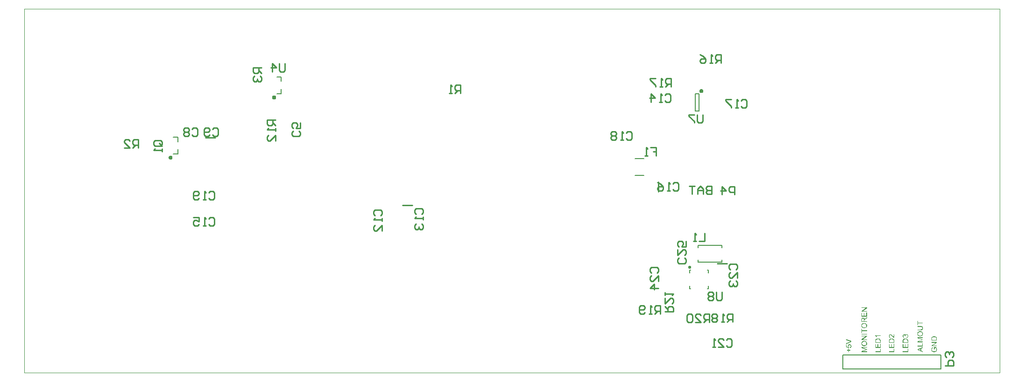
<source format=gbo>
%FSTAX23Y23*%
%MOIN*%
%SFA1B1*%

%IPPOS*%
%ADD34C,0.010000*%
%ADD35C,0.001000*%
%ADD71C,0.015750*%
%ADD73C,0.007870*%
%LNcareboard_smd_ordered_kritikare-1*%
%LPD*%
G36*
X0629Y00246D02*
X0629D01*
X06291Y00245*
X06292Y00245*
X06294Y00245*
X06295Y00245*
X06296Y00245*
X06296*
X06297Y00244*
X06297Y00244*
X06297Y00244*
X06298Y00244*
X06298Y00244*
X06299Y00243*
X063Y00243*
X06301Y00242*
X06302Y00242*
X06302Y00242*
X06302Y00242*
X06303Y00241*
X06303Y00241*
X06304Y0024*
X06304Y0024*
X06305Y00239*
X06305Y00238*
X06306Y00238*
X06306Y00238*
X06306Y00238*
X06306Y00237*
X06306Y00236*
X06307Y00236*
X06307Y00235*
X06307Y00234*
Y00234*
X06307Y00233*
X06308Y00233*
X06308Y00232*
X06308Y00231*
X06308Y0023*
X06308Y00229*
X06308Y00228*
Y00214*
X0627*
Y00227*
Y00227*
Y00227*
Y00227*
Y00228*
Y00228*
Y00229*
X0627Y0023*
X0627Y00231*
X0627Y00232*
X0627Y00233*
X0627Y00234*
Y00234*
X0627Y00234*
Y00234*
X0627Y00234*
X06271Y00235*
X06271Y00236*
X06271Y00237*
X06272Y00238*
X06272Y00239*
X06273Y00239*
Y0024*
X06273Y0024*
X06273Y0024*
X06274Y00241*
X06275Y00241*
X06276Y00242*
X06277Y00243*
X06278Y00243*
X0628Y00244*
X0628*
X0628Y00244*
X0628Y00244*
X0628Y00244*
X06281Y00244*
X06281Y00245*
X06282Y00245*
X06282Y00245*
X06283Y00245*
X06283Y00245*
X06285Y00245*
X06287Y00246*
X06289Y00246*
X06289*
X0629Y00246*
G37*
G36*
X06297Y00276D02*
X06298Y00276D01*
X06298Y00276*
X06299Y00276*
X063Y00275*
X06301Y00275*
X06302Y00275*
X06302Y00274*
X06303Y00274*
X06304Y00273*
X06304Y00273*
X06305Y00272*
X06305Y00272*
X06305Y00272*
X06305Y00272*
X06306Y00271*
X06306Y00271*
X06306Y00271*
X06307Y0027*
X06307Y0027*
X06307Y00269*
X06308Y00268*
X06308Y00268*
X06308Y00267*
X06308Y00266*
X06308Y00265*
X06309Y00264*
X06309Y00263*
Y00263*
Y00263*
Y00262*
X06309Y00262*
X06309Y00262*
X06308Y00261*
X06308Y00261*
X06308Y0026*
X06308Y00259*
X06307Y00257*
X06307Y00257*
X06307Y00256*
X06306Y00255*
X06306Y00255*
X06306Y00254*
X06306Y00254*
X06305Y00254*
X06305Y00254*
X06305Y00254*
X06304Y00253*
X06304Y00253*
X06304Y00253*
X06302Y00252*
X06301Y00252*
X063Y00251*
X06299Y00251*
X06298Y00251*
X06297Y00255*
X06297*
X06297Y00256*
X06298*
X06298Y00256*
X06299Y00256*
X06299Y00256*
X063Y00256*
X06301Y00257*
X06302Y00258*
X06303Y00258*
X06303Y00258*
X06303Y00259*
X06304Y00259*
X06304Y0026*
X06304Y0026*
X06304Y00261*
X06305Y00262*
X06305Y00263*
Y00263*
Y00263*
Y00263*
X06305Y00263*
X06305Y00264*
X06304Y00265*
X06304Y00266*
X06304Y00267*
X06303Y00268*
X06302Y00269*
X06302Y00269*
X06302Y00269*
X06302Y00269*
X06301Y0027*
X063Y0027*
X06299Y0027*
X06298Y00271*
X06297Y00271*
X06296*
X06296Y00271*
X06296Y00271*
X06295Y00271*
X06294Y0027*
X06293Y0027*
X06292Y00269*
X06291Y00269*
X06291Y00269*
X06291Y00268*
X06291Y00268*
X0629Y00267*
X0629Y00266*
X0629Y00265*
X06289Y00264*
X06289Y00263*
Y00263*
Y00263*
Y00263*
X06289Y00262*
X06289Y00262*
X06289Y00261*
X0629Y00261*
X0629Y0026*
X06286Y00261*
Y00261*
Y00261*
X06286Y00261*
Y00261*
Y00261*
Y00261*
Y00262*
Y00262*
X06286Y00262*
X06285Y00263*
X06285Y00264*
X06285Y00265*
X06285Y00266*
X06284Y00267*
X06284Y00267*
X06284Y00267*
X06283Y00267*
X06283Y00268*
X06282Y00268*
X06281Y00269*
X0628Y00269*
X06279Y00269*
X06279*
X06278Y00269*
X06278Y00269*
X06277Y00269*
X06276Y00268*
X06276Y00268*
X06275Y00267*
X06275Y00267*
X06275Y00267*
X06274Y00267*
X06274Y00266*
X06274Y00265*
X06274Y00265*
X06273Y00264*
X06273Y00263*
Y00263*
Y00263*
Y00262*
X06273Y00262*
X06273Y00261*
X06274Y00261*
X06274Y0026*
X06274Y00259*
X06275Y00258*
X06275Y00258*
X06275Y00258*
X06276Y00258*
X06276Y00257*
X06277Y00257*
X06278Y00257*
X06279Y00256*
X0628Y00256*
X06279Y00251*
X06279*
X06279Y00251*
X06279Y00251*
X06279Y00251*
X06278Y00251*
X06278Y00252*
X06277Y00252*
X06275Y00252*
X06274Y00253*
X06273Y00254*
X06272Y00255*
X06272Y00255*
X06272Y00255*
X06272Y00255*
X06272Y00256*
X06271Y00256*
X06271Y00256*
X06271Y00257*
X0627Y00258*
X0627Y0026*
X0627Y00261*
X06269Y00262*
Y00263*
Y00263*
Y00263*
Y00263*
Y00263*
X06269Y00264*
X0627Y00265*
X0627Y00265*
X0627Y00266*
X0627Y00267*
X06271Y00268*
Y00269*
X06271Y00269*
X06271Y00269*
X06271Y00269*
X06272Y0027*
X06272Y00271*
X06273Y00271*
X06274Y00272*
X06274Y00273*
X06275Y00273*
X06275Y00273*
X06275Y00273*
X06276Y00273*
X06277Y00273*
X06278Y00274*
X06278Y00274*
X06279Y00274*
X0628*
X0628Y00274*
X06281Y00274*
X06282Y00274*
X06282Y00273*
X06283Y00273*
X06284Y00273*
X06284Y00273*
X06284Y00272*
X06285Y00272*
X06285Y00272*
X06286Y00271*
X06286Y0027*
X06287Y0027*
X06287Y00269*
Y00269*
X06287Y00269*
Y00269*
X06287Y00269*
X06288Y0027*
X06288Y00271*
X06288Y00271*
X06289Y00272*
X0629Y00273*
X0629Y00274*
X06291Y00274*
X06291Y00274*
X06291Y00274*
X06292Y00275*
X06293Y00275*
X06294Y00276*
X06295Y00276*
X06297Y00276*
X06297*
X06297Y00276*
G37*
G36*
X06308Y00148D02*
X0627D01*
Y00153*
X06304*
Y00172*
X06308*
Y00148*
G37*
G36*
Y00178D02*
X0627D01*
Y00206*
X06274*
Y00183*
X06286*
Y00205*
X0629*
Y00183*
X06304*
Y00207*
X06308*
Y00178*
G37*
G36*
X0621Y00148D02*
X06172D01*
Y00153*
X06206*
Y00172*
X0621*
Y00148*
G37*
G36*
Y0025D02*
X06209D01*
X06209Y0025*
X06208Y0025*
X06208Y0025*
X06207Y0025*
X06207Y00251*
X06207*
X06207Y00251*
X06206Y00251*
X06206Y00251*
X06205Y00251*
X06204Y00252*
X06204Y00252*
X06203Y00253*
X06202Y00254*
X06202*
X06202Y00254*
X06201Y00254*
X06201Y00255*
X062Y00255*
X06199Y00256*
X06198Y00257*
X06197Y00258*
X06196Y0026*
X06196Y0026*
X06196Y0026*
X06195Y0026*
X06195Y00261*
X06195Y00261*
X06194Y00262*
X06193Y00263*
X06192Y00265*
X0619Y00266*
X0619Y00267*
X06189Y00267*
X06188Y00268*
X06188Y00268*
X06188*
X06188Y00268*
X06187Y00269*
X06187Y00269*
X06187Y00269*
X06186Y00269*
X06185Y0027*
X06184Y0027*
X06183Y0027*
X06182Y00271*
X06182*
X06182Y00271*
X06181Y0027*
X0618Y0027*
X0618Y0027*
X06179Y0027*
X06178Y00269*
X06177Y00269*
X06177Y00268*
X06177Y00268*
X06177Y00268*
X06176Y00267*
X06176Y00266*
X06176Y00265*
X06175Y00264*
X06175Y00263*
Y00263*
Y00263*
Y00263*
X06175Y00263*
X06175Y00262*
X06176Y00261*
X06176Y0026*
X06176Y0026*
X06177Y00259*
X06177Y00258*
X06178Y00258*
X06178Y00258*
X06178Y00257*
X06179Y00257*
X0618Y00256*
X06181Y00256*
X06182Y00256*
X06183Y00256*
X06183Y00251*
X06182*
X06182Y00251*
X06182Y00251*
X06181Y00251*
X06181Y00251*
X06179Y00252*
X06178Y00252*
X06177Y00253*
X06175Y00254*
X06175Y00254*
X06174Y00255*
X06174Y00255*
X06174Y00255*
X06174Y00255*
X06174Y00255*
X06174Y00256*
X06173Y00256*
X06173Y00256*
X06173Y00257*
X06173Y00258*
X06172Y00258*
X06172Y00259*
X06172Y0026*
X06172Y00261*
X06171Y00262*
X06171Y00263*
Y00263*
Y00264*
Y00264*
X06171Y00264*
X06172Y00265*
X06172Y00265*
X06172Y00266*
X06172Y00267*
X06172Y00268*
X06173Y00269*
X06173Y0027*
X06173Y00271*
X06174Y00271*
X06174Y00272*
X06175Y00272*
X06175Y00272*
X06175Y00272*
X06175Y00273*
X06175Y00273*
X06176Y00273*
X06177Y00274*
X06178Y00274*
X06179Y00275*
X0618Y00275*
X06181Y00275*
X06182Y00275*
X06183*
X06183Y00275*
X06184Y00275*
X06184Y00275*
X06185Y00275*
X06186Y00275*
X06187Y00274*
X06187Y00274*
X06187Y00274*
X06187Y00274*
X06188Y00274*
X06189Y00273*
X0619Y00273*
X0619Y00272*
X06191Y00271*
X06191Y00271*
X06192Y00271*
X06192Y0027*
X06193Y0027*
X06193Y0027*
X06194Y00269*
X06194Y00269*
X06195Y00268*
X06195Y00267*
X06196Y00267*
X06197Y00266*
X06197Y00265*
X06198Y00264*
X06198Y00264*
X06198Y00264*
X06198Y00264*
X06199Y00263*
X06199Y00263*
X062Y00262*
X06201Y00261*
X06202Y0026*
X06202Y00259*
X06203Y00259*
X06203Y00259*
X06203Y00259*
X06203Y00258*
X06203Y00258*
X06204Y00258*
X06205Y00257*
X06206Y00257*
Y00275*
X0621*
Y0025*
G37*
G36*
X06112Y00148D02*
X06074D01*
Y00153*
X06108*
Y00172*
X06112*
Y00148*
G37*
G36*
X0621Y00178D02*
X06172D01*
Y00206*
X06176*
Y00183*
X06188*
Y00205*
X06192*
Y00183*
X06206*
Y00207*
X0621*
Y00178*
G37*
G36*
X06192Y00246D02*
X06192D01*
X06193Y00245*
X06194Y00245*
X06196Y00245*
X06197Y00245*
X06198Y00245*
X06198*
X06199Y00244*
X06199Y00244*
X06199Y00244*
X062Y00244*
X062Y00244*
X06201Y00243*
X06202Y00243*
X06203Y00242*
X06204Y00242*
X06204Y00242*
X06204Y00242*
X06205Y00241*
X06205Y00241*
X06206Y0024*
X06206Y0024*
X06207Y00239*
X06207Y00238*
X06208Y00238*
X06208Y00238*
X06208Y00238*
X06208Y00237*
X06208Y00236*
X06209Y00236*
X06209Y00235*
X06209Y00234*
Y00234*
X06209Y00233*
X0621Y00233*
X0621Y00232*
X0621Y00231*
X0621Y0023*
X0621Y00229*
X0621Y00228*
Y00214*
X06172*
Y00227*
Y00227*
Y00227*
Y00227*
Y00228*
Y00228*
Y00229*
X06172Y0023*
X06172Y00231*
X06172Y00232*
X06172Y00233*
X06172Y00234*
Y00234*
X06172Y00234*
Y00234*
X06172Y00234*
X06173Y00235*
X06173Y00236*
X06173Y00237*
X06174Y00238*
X06174Y00239*
X06175Y00239*
Y0024*
X06175Y0024*
X06175Y0024*
X06176Y00241*
X06177Y00241*
X06178Y00242*
X06179Y00243*
X0618Y00243*
X06182Y00244*
X06182*
X06182Y00244*
X06182Y00244*
X06182Y00244*
X06183Y00244*
X06183Y00245*
X06184Y00245*
X06184Y00245*
X06185Y00245*
X06185Y00245*
X06187Y00245*
X06189Y00246*
X06191Y00246*
X06191*
X06192Y00246*
G37*
G36*
X06495Y00261D02*
X06495D01*
X06496Y00261*
X06497Y00261*
X06499Y00261*
X065Y00261*
X06501Y0026*
X06501*
X06502Y0026*
X06502Y0026*
X06502Y0026*
X06503Y0026*
X06503Y0026*
X06504Y00259*
X06505Y00259*
X06506Y00258*
X06507Y00258*
X06507Y00258*
X06507Y00257*
X06508Y00257*
X06508Y00257*
X06509Y00256*
X06509Y00256*
X0651Y00255*
X0651Y00254*
X06511Y00254*
X06511Y00254*
X06511Y00253*
X06511Y00253*
X06511Y00252*
X06512Y00252*
X06512Y00251*
X06512Y0025*
Y0025*
X06512Y00249*
X06513Y00249*
X06513Y00248*
X06513Y00247*
X06513Y00246*
X06513Y00245*
X06513Y00244*
Y0023*
X06475*
Y00243*
Y00243*
Y00243*
Y00243*
Y00244*
Y00244*
Y00244*
X06475Y00245*
X06475Y00247*
X06475Y00248*
X06475Y00249*
X06475Y0025*
Y0025*
X06475Y0025*
Y0025*
X06475Y0025*
X06476Y00251*
X06476Y00252*
X06476Y00253*
X06477Y00253*
X06477Y00254*
X06478Y00255*
Y00255*
X06478Y00255*
X06478Y00256*
X06479Y00256*
X0648Y00257*
X06481Y00258*
X06482Y00259*
X06483Y00259*
X06485Y0026*
X06485*
X06485Y0026*
X06485Y0026*
X06485Y0026*
X06486Y0026*
X06486Y0026*
X06487Y00261*
X06487Y00261*
X06488Y00261*
X06488Y00261*
X0649Y00261*
X06492Y00261*
X06494Y00261*
X06494*
X06495Y00261*
G37*
G36*
X06413Y00178D02*
X06401Y00174D01*
Y00158*
X06413Y00153*
Y00148*
X06375Y00163*
Y00168*
X06413Y00184*
Y00178*
G37*
G36*
X06508Y00183D02*
X06508Y00183D01*
X06508Y00183*
X06508Y00183*
X06508Y00183*
X06509Y00182*
X06509Y00181*
X0651Y0018*
X06511Y00179*
X06512Y00177*
X06512Y00176*
Y00176*
X06512Y00176*
X06512Y00175*
X06512Y00175*
X06513Y00175*
X06513Y00174*
X06513Y00174*
X06513Y00173*
X06513Y00172*
X06513Y00171*
X06514Y00169*
X06514Y00168*
Y00168*
Y00167*
Y00167*
X06514Y00167*
Y00166*
X06514Y00166*
X06513Y00165*
X06513Y00164*
X06513Y00163*
X06513Y00161*
X06512Y00159*
X06511Y00157*
X06511Y00157*
X06511Y00157*
X06511Y00157*
X06511Y00157*
X06511Y00156*
X0651Y00156*
X06509Y00155*
X06509Y00154*
X06507Y00152*
X06506Y00151*
X06504Y0015*
X06504*
X06504Y0015*
X06504Y0015*
X06503Y0015*
X06503Y0015*
X06503Y0015*
X06502Y00149*
X06501Y00149*
X06501Y00149*
X065Y00149*
X06498Y00148*
X06496Y00148*
X06494Y00148*
X06493*
X06493Y00148*
X06493*
X06492Y00148*
X06491Y00148*
X06491Y00148*
X06489Y00149*
X06487Y00149*
X06485Y0015*
X06484Y0015*
X06483*
X06483Y0015*
X06483Y00151*
X06483Y00151*
X06482Y00151*
X06482Y00151*
X06481Y00152*
X0648Y00153*
X06478Y00154*
X06477Y00156*
X06477Y00156*
X06476Y00157*
Y00157*
X06476Y00157*
X06476Y00158*
X06476Y00158*
X06476Y00158*
X06476Y00159*
X06475Y00159*
X06475Y0016*
X06475Y00161*
X06475Y00161*
X06474Y00163*
X06474Y00165*
X06474Y00167*
Y00167*
Y00167*
Y00168*
Y00168*
X06474Y00168*
Y00169*
X06474Y0017*
X06474Y00171*
X06475Y00172*
X06475Y00173*
X06475Y00175*
Y00175*
X06475Y00175*
X06475Y00175*
X06476Y00175*
X06476Y00176*
X06476Y00177*
X06477Y00177*
X06477Y00178*
X06478Y00179*
X06479Y0018*
X06479Y0018*
X06479Y0018*
X0648Y00181*
X06481Y00181*
X06482Y00182*
X06483Y00182*
X06484Y00183*
X06485Y00183*
X06487Y00178*
X06487*
X06487Y00178*
X06486Y00178*
X06486Y00178*
X06485Y00178*
X06484Y00177*
X06483Y00177*
X06483Y00177*
X06482Y00176*
X06482Y00176*
X06482Y00176*
X06481Y00176*
X06481Y00175*
X06481Y00175*
X0648Y00174*
X0648Y00173*
X06479Y00173*
X06479Y00172*
X06479Y00172*
X06479Y00172*
X06479Y00171*
X06479Y0017*
X06478Y00169*
X06478Y00168*
X06478Y00167*
Y00167*
Y00167*
Y00167*
Y00167*
X06478Y00166*
X06478Y00165*
X06479Y00164*
X06479Y00163*
X06479Y00162*
X06479Y00161*
X06479Y00161*
X0648Y00161*
X0648Y0016*
X0648Y0016*
X06481Y00159*
X06481Y00158*
X06482Y00158*
X06482Y00157*
X06482Y00157*
X06482Y00157*
X06483Y00157*
X06483Y00156*
X06484Y00156*
X06485Y00155*
X06485Y00155*
X06486Y00155*
X06486*
X06486Y00155*
X06486Y00155*
X06487Y00154*
X06487Y00154*
X06487Y00154*
X06488Y00154*
X06489Y00154*
X06491Y00154*
X06492Y00153*
X06494Y00153*
X06494*
X06495Y00153*
X06495*
X06496Y00153*
X06496Y00153*
X06497Y00154*
X06498Y00154*
X065Y00154*
X06501Y00154*
X06502Y00155*
X06502*
X06503Y00155*
X06503Y00155*
X06503Y00155*
X06504Y00156*
X06504Y00156*
X06505Y00157*
X06506Y00158*
X06507Y00159*
X06508Y0016*
Y0016*
X06508Y0016*
X06508Y0016*
X06508Y00161*
X06508Y00161*
X06508Y00161*
X06508Y00162*
X06509Y00163*
X06509Y00165*
X06509Y00166*
X06509Y00167*
Y00167*
Y00167*
Y00168*
Y00168*
X06509Y00169*
X06509Y00169*
X06509Y0017*
X06509Y00171*
X06508Y00173*
X06508Y00174*
Y00174*
X06508Y00174*
X06508Y00174*
X06508Y00174*
X06507Y00175*
X06507Y00176*
X06507Y00176*
X06506Y00177*
X06506Y00178*
X06505Y00179*
X06498*
Y00167*
X06493*
Y00184*
X06508*
X06508Y00183*
G37*
G36*
X06513Y00216D02*
X06483Y00196D01*
X06513*
Y00191*
X06475*
Y00196*
X06505Y00216*
X06475*
Y00221*
X06513*
Y00216*
G37*
G36*
X06413Y00188D02*
X06375D01*
Y00193*
X06409*
Y00212*
X06413*
Y00188*
G37*
G36*
X06398Y00334D02*
X06399D01*
X06399Y00334*
X064Y00334*
X06402Y00334*
X06403Y00334*
X06405Y00334*
X06406Y00333*
X06406*
X06406Y00333*
X06406Y00333*
X06407Y00333*
X06407Y00333*
X06408Y00332*
X06409Y00331*
X0641Y00331*
X06411Y0033*
X06412Y00328*
Y00328*
X06412Y00328*
X06412Y00328*
X06412Y00328*
X06412Y00327*
X06412Y00327*
X06412Y00327*
X06413Y00326*
X06413Y00325*
X06413Y00325*
X06413Y00324*
X06413Y00323*
X06414Y00321*
X06414Y00319*
Y00319*
Y00319*
Y00319*
X06414Y00319*
Y00318*
X06414Y00318*
X06413Y00317*
X06413Y00316*
X06413Y00315*
X06413Y00314*
X06412Y00312*
X06412Y00311*
Y00311*
X06412Y0031*
X06412Y0031*
X06411Y0031*
X06411Y00309*
X0641Y00309*
X0641Y00308*
X06409Y00307*
X06408Y00306*
X06406Y00306*
X06406*
X06406Y00306*
X06406Y00306*
X06406Y00306*
X06405Y00305*
X06405Y00305*
X06404Y00305*
X06404Y00305*
X06403Y00305*
X06403Y00305*
X06402Y00305*
X06401Y00305*
X064Y00304*
X06399Y00304*
X06398Y00304*
X06375*
Y00309*
X06398*
X06398Y00309*
X064Y0031*
X06401Y0031*
X06402Y0031*
X06403Y0031*
X06404Y0031*
X06404Y0031*
X06404Y0031*
X06405Y0031*
X06405Y00311*
X06406Y00311*
X06406Y00311*
X06407Y00312*
X06407Y00313*
X06408Y00314*
X06408Y00314*
X06408Y00314*
X06408Y00314*
X06408Y00315*
X06409Y00316*
X06409Y00317*
X06409Y00318*
X06409Y00319*
Y00319*
Y00319*
Y0032*
X06409Y0032*
Y0032*
X06409Y00321*
X06409Y00322*
X06408Y00323*
X06408Y00325*
X06407Y00326*
X06407Y00327*
X06407Y00327*
X06407*
X06406Y00327*
X06406Y00327*
X06406Y00327*
X06406Y00328*
X06405Y00328*
X06405Y00328*
X06404Y00328*
X06404Y00328*
X06403Y00329*
X06402Y00329*
X06401Y00329*
X064Y00329*
X06399Y00329*
X06398Y00329*
X06375*
Y00335*
X06398*
X06398Y00334*
G37*
G36*
X06379Y00358D02*
X06413D01*
Y00353*
X06379*
Y0034*
X06375*
Y0037*
X06379*
Y00358*
G37*
G36*
X06413Y00249D02*
X06381D01*
X06413Y00238*
Y00234*
X0638Y00223*
X06413*
Y00218*
X06375*
Y00225*
X06402Y00234*
X06402*
X06402Y00234*
X06402Y00235*
X06402Y00235*
X06403Y00235*
X06404Y00235*
X06405Y00235*
X06406Y00236*
X06407Y00236*
X06407Y00236*
X06407Y00236*
X06407Y00236*
X06407Y00237*
X06406Y00237*
X06405Y00237*
X06404Y00237*
X06403Y00238*
X06401Y00238*
X06375Y00247*
Y00254*
X06413*
Y00249*
G37*
G36*
X06395Y00298D02*
X06395D01*
X06396Y00298*
X06397Y00298*
X06397Y00297*
X06399Y00297*
X06401Y00297*
X06403Y00296*
X06404Y00295*
X06404*
X06405Y00295*
X06405Y00295*
X06405Y00295*
X06405Y00295*
X06406Y00294*
X06407Y00294*
X06408Y00293*
X06409Y00292*
X0641Y0029*
X06411Y00289*
Y00289*
X06411Y00288*
X06412Y00288*
X06412Y00288*
X06412Y00287*
X06412Y00287*
X06412Y00286*
X06412Y00286*
X06413Y00284*
X06413Y00283*
X06414Y00281*
X06414Y00279*
Y00279*
Y00279*
Y00279*
X06414Y00278*
Y00278*
X06414Y00277*
X06413Y00277*
X06413Y00276*
X06413Y00275*
X06413Y00273*
X06412Y00271*
X06412Y0027*
X06411Y0027*
X06411Y0027*
X06411Y00269*
X06411Y00269*
X06411Y00269*
X0641Y00269*
X0641Y00268*
X06409Y00267*
X06408Y00266*
X06407Y00265*
X06406Y00264*
X06404Y00263*
X06404*
X06404Y00263*
X06403Y00263*
X06403Y00263*
X06403Y00263*
X06402Y00262*
X06402Y00262*
X06401Y00262*
X064Y00262*
X064Y00262*
X06398Y00261*
X06396Y00261*
X06394Y00261*
X06394*
X06393Y00261*
X06393*
X06392Y00261*
X06391Y00261*
X0639Y00261*
X06389Y00262*
X06388Y00262*
X06386Y00262*
X06385Y00263*
X06384Y00263*
X06383Y00264*
X06382Y00264*
X0638Y00265*
X06379Y00266*
X06379Y00266*
X06379Y00266*
X06379Y00267*
X06378Y00267*
X06378Y00268*
X06378Y00268*
X06377Y00269*
X06377Y0027*
X06376Y00271*
X06376Y00272*
X06375Y00273*
X06375Y00274*
X06374Y00275*
X06374Y00276*
X06374Y00278*
X06374Y00279*
Y00279*
Y0028*
Y0028*
X06374Y0028*
Y00281*
X06374Y00281*
X06374Y00282*
X06374Y00283*
X06375Y00284*
X06375Y00286*
X06376Y00287*
X06376Y00288*
X06377Y00289*
Y00289*
X06377Y00289*
X06377Y00289*
X06377Y0029*
X06377Y0029*
X06378Y0029*
X06378Y00291*
X06379Y00292*
X06381Y00293*
X06382Y00294*
X06384Y00295*
X06384*
X06384Y00296*
X06384Y00296*
X06384Y00296*
X06385Y00296*
X06385Y00296*
X06386Y00296*
X06387Y00297*
X06387Y00297*
X06388Y00297*
X0639Y00297*
X06392Y00298*
X06394Y00298*
X06394*
X06395Y00298*
G37*
G36*
X06112Y00178D02*
X06074D01*
Y00206*
X06078*
Y00183*
X0609*
Y00205*
X06094*
Y00183*
X06108*
Y00207*
X06112*
Y00178*
G37*
G36*
X05996Y00356D02*
X05996D01*
X05997Y00356*
X05998Y00356*
X05998Y00356*
X06Y00356*
X06002Y00355*
X06004Y00355*
X06005Y00354*
X06005*
X06006Y00354*
X06006Y00354*
X06006Y00353*
X06006Y00353*
X06007Y00353*
X06008Y00352*
X06009Y00351*
X0601Y0035*
X06011Y00349*
X06012Y00347*
Y00347*
X06012Y00347*
X06013Y00347*
X06013Y00346*
X06013Y00346*
X06013Y00345*
X06013Y00345*
X06013Y00344*
X06014Y00343*
X06014Y00341*
X06015Y0034*
X06015Y00338*
Y00338*
Y00338*
Y00337*
X06015Y00337*
Y00336*
X06015Y00336*
X06014Y00335*
X06014Y00335*
X06014Y00333*
X06014Y00331*
X06013Y0033*
X06013Y00329*
X06012Y00328*
X06012Y00328*
X06012Y00328*
X06012Y00328*
X06012Y00327*
X06011Y00327*
X06011Y00327*
X0601Y00326*
X06009Y00325*
X06008Y00324*
X06007Y00323*
X06005Y00322*
X06005*
X06005Y00321*
X06004Y00321*
X06004Y00321*
X06004Y00321*
X06003Y00321*
X06003Y00321*
X06002Y00321*
X06001Y0032*
X06001Y0032*
X05999Y0032*
X05997Y0032*
X05995Y00319*
X05995*
X05994Y00319*
X05994*
X05993Y0032*
X05992Y0032*
X05991Y0032*
X0599Y0032*
X05989Y0032*
X05987Y00321*
X05986Y00321*
X05985Y00322*
X05984Y00322*
X05983Y00323*
X05981Y00324*
X0598Y00325*
X0598Y00325*
X0598Y00325*
X0598Y00325*
X05979Y00325*
X05979Y00326*
X05979Y00327*
X05978Y00327*
X05978Y00328*
X05977Y00329*
X05977Y0033*
X05976Y00331*
X05976Y00332*
X05975Y00334*
X05975Y00335*
X05975Y00336*
X05975Y00338*
Y00338*
Y00338*
Y00338*
X05975Y00339*
Y00339*
X05975Y0034*
X05975Y0034*
X05975Y00341*
X05976Y00342*
X05976Y00344*
X05977Y00346*
X05977Y00347*
X05978Y00347*
Y00347*
X05978Y00348*
X05978Y00348*
X05978Y00348*
X05978Y00348*
X05979Y00349*
X05979Y0035*
X0598Y00351*
X05982Y00352*
X05983Y00353*
X05985Y00354*
X05985*
X05985Y00354*
X05985Y00354*
X05985Y00354*
X05986Y00354*
X05986Y00355*
X05987Y00355*
X05988Y00355*
X05988Y00355*
X05989Y00355*
X05991Y00356*
X05993Y00356*
X05995Y00356*
X05995*
X05996Y00356*
G37*
G36*
X06014Y0039D02*
X06006Y00385D01*
X06006*
X06006Y00385*
X06006Y00385*
X06005Y00385*
X06005Y00384*
X06004Y00384*
X06003Y00383*
X06002Y00383*
X06002Y00382*
X06001Y00381*
X06001Y00381*
X06Y00381*
X06Y00381*
X06Y00381*
X05999Y0038*
X05999Y00379*
X05998Y00379*
X05998Y00379*
X05998Y00379*
X05998Y00378*
X05998Y00378*
X05997Y00377*
X05997Y00377*
Y00377*
X05997Y00376*
Y00376*
X05997Y00376*
X05997Y00375*
Y00375*
X05997Y00374*
Y00374*
Y00368*
X06014*
Y00363*
X05976*
Y0038*
Y0038*
Y0038*
Y0038*
Y00381*
X05976Y00381*
Y00382*
X05976Y00383*
X05976Y00384*
X05976Y00385*
X05976Y00386*
X05976Y00387*
X05977Y00388*
Y00388*
X05977Y00388*
X05977Y00388*
X05977Y00388*
X05978Y00389*
X05978Y0039*
X05979Y0039*
X05979Y00391*
X0598Y00392*
X0598Y00392*
X05981Y00392*
X05981Y00392*
X05982Y00393*
X05983Y00393*
X05984Y00393*
X05985Y00393*
X05986Y00393*
X05987*
X05987Y00393*
X05987*
X05988Y00393*
X05989Y00393*
X0599Y00393*
X05991Y00392*
X05992Y00392*
X05992Y00391*
X05993Y00391*
X05993Y00391*
X05993Y0039*
X05993Y0039*
X05994Y0039*
X05994Y0039*
X05994Y00389*
X05994Y00389*
X05995Y00388*
X05995Y00388*
X05995Y00387*
X05996Y00386*
X05996Y00385*
X05996Y00385*
X05996Y00384*
X05997Y00383*
X05997Y00383*
X05997Y00383*
X05997Y00383*
X05997Y00384*
X05998Y00385*
X05998Y00385*
X05998Y00386*
X05999Y00386*
X05999Y00386*
X05999Y00387*
X06Y00387*
X06001Y00388*
X06001Y00388*
X06002Y00389*
X06004Y0039*
X06014Y00397*
Y0039*
G37*
G36*
Y00274D02*
X05976D01*
Y00279*
X06014*
Y00274*
G37*
G36*
X0598Y00303D02*
X06014D01*
Y00298*
X0598*
Y00285*
X05976*
Y00316*
X0598*
Y00303*
G37*
G36*
X06014Y00402D02*
X05976D01*
Y00429*
X0598*
Y00407*
X05992*
Y00428*
X05996*
Y00407*
X0601*
Y0043*
X06014*
Y00402*
G37*
G36*
X05891Y00204D02*
X05891Y00204D01*
X05892Y00204*
X05892Y00204*
X05893Y00204*
X05895Y00203*
X05896Y00203*
X05897Y00202*
X05898Y00202*
X05898Y00202*
X05899Y00201*
X05899Y00201*
X05899Y00201*
X05899Y00201*
X059Y002*
X059Y002*
X059Y002*
X05901Y00199*
X05901Y00198*
X05902Y00198*
X05902Y00197*
X05903Y00196*
X05903Y00195*
X05903Y00194*
X05903Y00193*
X05904Y00192*
X05904Y00191*
Y00191*
Y00191*
Y0019*
X05904Y0019*
X05904Y0019*
X05903Y00189*
X05903Y00189*
X05903Y00188*
X05903Y00187*
X05902Y00185*
X05902Y00184*
X05902Y00184*
X05901Y00183*
X05901Y00182*
X05901Y00182*
X05901Y00182*
X059Y00182*
X059Y00182*
X059Y00182*
X059Y00181*
X05899Y00181*
X05899Y00181*
X05898Y0018*
X05896Y00179*
X05895Y00179*
X05894Y00179*
X05893Y00179*
X05893Y00184*
X05893*
X05893Y00184*
X05893Y00184*
X05894Y00184*
X05895Y00184*
X05896Y00184*
X05896Y00185*
X05897Y00185*
X05898Y00186*
X05898Y00186*
X05898Y00186*
X05899Y00187*
X05899Y00187*
X05899Y00188*
X05899Y00189*
X059Y0019*
X059Y00191*
Y00191*
Y00191*
Y00191*
X059Y00192*
X059Y00192*
X05899Y00193*
X05899Y00194*
X05899Y00195*
X05898Y00196*
X05898Y00196*
X05897Y00197*
X05897*
X05897Y00197*
X05897Y00197*
X05896Y00197*
X05895Y00198*
X05894Y00198*
X05893Y00199*
X05892Y00199*
X0589Y00199*
X0589*
X0589Y00199*
X05889*
X05889Y00199*
X05888Y00199*
X05887Y00199*
X05886Y00198*
X05885Y00198*
X05884Y00197*
X05884Y00197*
X05884Y00196*
X05883Y00196*
X05883Y00195*
X05882Y00194*
X05882Y00193*
X05882Y00192*
X05882Y00191*
Y00191*
Y0019*
X05882Y0019*
X05882Y00189*
X05882Y00189*
X05882Y00188*
X05882Y00187*
X05883Y00187*
X05883Y00187*
X05883Y00186*
X05883Y00186*
X05884Y00186*
X05884Y00185*
X05884Y00185*
X05885Y00184*
X05886Y00184*
X05885Y00179*
X05865Y00183*
Y00202*
X0587*
Y00187*
X0588Y00185*
X0588Y00185*
X0588Y00185*
X0588Y00185*
X0588Y00185*
X05879Y00186*
X05879Y00186*
X05879Y00187*
X05878Y00188*
X05878Y00189*
X05878Y00191*
X05878Y00192*
Y00192*
Y00192*
Y00193*
X05878Y00193*
X05878Y00193*
X05878Y00194*
X05878Y00194*
X05878Y00195*
X05878Y00196*
X05879Y00197*
X05879Y00198*
X05879Y00199*
X0588Y00199*
X0588Y002*
X05881Y00201*
X05881Y00201*
X05881Y00201*
X05881Y00201*
X05882Y00201*
X05882Y00201*
X05882Y00202*
X05883Y00202*
X05883Y00202*
X05884Y00203*
X05885Y00203*
X05886Y00203*
X05886Y00204*
X05887Y00204*
X05888Y00204*
X05889Y00204*
X0589Y00204*
X05891*
X05891Y00204*
G37*
G36*
X05903Y00227D02*
Y00221D01*
X05865Y00206*
Y00212*
X05892Y00222*
X05893*
X05893Y00222*
X05893Y00222*
X05893Y00222*
X05894Y00222*
X05895Y00223*
X05896Y00223*
X05897Y00223*
X05899Y00224*
X05899*
X05899Y00224*
X05899Y00224*
X05898Y00224*
X05898Y00224*
X05897Y00225*
X05896Y00225*
X05895Y00225*
X05894Y00226*
X05892Y00226*
X05865Y00236*
Y00242*
X05903Y00227*
G37*
G36*
X06014Y00462D02*
X05984Y00442D01*
X06014*
Y00437*
X05976*
Y00442*
X06006Y00463*
X05976*
Y00467*
X06014*
Y00462*
G37*
G36*
X05886Y00163D02*
X05897D01*
Y00158*
X05886*
Y00148*
X05882*
Y00158*
X05871*
Y00163*
X05882*
Y00173*
X05886*
Y00163*
G37*
G36*
X06014Y0018D02*
X05982D01*
X06014Y00169*
Y00164*
X05981Y00153*
X06014*
Y00148*
X05976*
Y00156*
X06003Y00165*
X06003*
X06003Y00165*
X06003Y00165*
X06003Y00165*
X06004Y00165*
X06005Y00165*
X06006Y00166*
X06007Y00166*
X06008Y00166*
X06008Y00167*
X06008Y00167*
X06008Y00167*
X06008Y00167*
X06007Y00167*
X06006Y00167*
X06005Y00168*
X06004Y00168*
X06002Y00169*
X05976Y00178*
Y00185*
X06014*
Y0018*
G37*
G36*
X05996Y00228D02*
X05996D01*
X05997Y00228*
X05998Y00228*
X05998Y00228*
X06Y00227*
X06002Y00227*
X06004Y00226*
X06005Y00226*
X06005*
X06006Y00226*
X06006Y00225*
X06006Y00225*
X06006Y00225*
X06007Y00225*
X06008Y00224*
X06009Y00223*
X0601Y00222*
X06011Y0022*
X06012Y00219*
Y00219*
X06012Y00219*
X06013Y00219*
X06013Y00218*
X06013Y00218*
X06013Y00217*
X06013Y00217*
X06013Y00216*
X06014Y00215*
X06014Y00213*
X06015Y00211*
X06015Y0021*
Y0021*
Y00209*
Y00209*
X06015Y00209*
Y00208*
X06015Y00208*
X06014Y00207*
X06014Y00206*
X06014Y00205*
X06014Y00203*
X06013Y00202*
X06013Y00201*
X06012Y002*
X06012Y002*
X06012Y002*
X06012Y002*
X06012Y00199*
X06011Y00199*
X06011Y00198*
X0601Y00198*
X06009Y00197*
X06008Y00195*
X06007Y00194*
X06005Y00193*
X06005*
X06005Y00193*
X06004Y00193*
X06004Y00193*
X06004Y00193*
X06003Y00193*
X06003Y00193*
X06002Y00192*
X06001Y00192*
X06001Y00192*
X05999Y00192*
X05997Y00191*
X05995Y00191*
X05995*
X05994Y00191*
X05994*
X05993Y00191*
X05992Y00192*
X05991Y00192*
X0599Y00192*
X05989Y00192*
X05987Y00193*
X05986Y00193*
X05985Y00193*
X05984Y00194*
X05983Y00195*
X05981Y00196*
X0598Y00196*
X0598Y00196*
X0598Y00197*
X0598Y00197*
X05979Y00197*
X05979Y00198*
X05979Y00198*
X05978Y00199*
X05978Y002*
X05977Y00201*
X05977Y00202*
X05976Y00203*
X05976Y00204*
X05975Y00205*
X05975Y00207*
X05975Y00208*
X05975Y0021*
Y0021*
Y0021*
Y0021*
X05975Y00211*
Y00211*
X05975Y00212*
X05975Y00212*
X05975Y00213*
X05976Y00214*
X05976Y00216*
X05977Y00218*
X05977Y00218*
X05978Y00219*
Y00219*
X05978Y00219*
X05978Y0022*
X05978Y0022*
X05978Y0022*
X05979Y00221*
X05979Y00222*
X0598Y00223*
X05982Y00224*
X05983Y00225*
X05985Y00226*
X05985*
X05985Y00226*
X05985Y00226*
X05985Y00226*
X05986Y00226*
X05986Y00226*
X05987Y00227*
X05988Y00227*
X05988Y00227*
X05989Y00227*
X05991Y00228*
X05993Y00228*
X05995Y00228*
X05995*
X05996Y00228*
G37*
G36*
X06094Y00246D02*
X06094D01*
X06095Y00245*
X06096Y00245*
X06098Y00245*
X06099Y00245*
X061Y00245*
X061*
X06101Y00244*
X06101Y00244*
X06101Y00244*
X06102Y00244*
X06102Y00244*
X06103Y00243*
X06104Y00243*
X06105Y00242*
X06106Y00242*
X06106Y00242*
X06106Y00242*
X06107Y00241*
X06107Y00241*
X06108Y0024*
X06108Y0024*
X06109Y00239*
X06109Y00238*
X0611Y00238*
X0611Y00238*
X0611Y00238*
X0611Y00237*
X0611Y00236*
X06111Y00236*
X06111Y00235*
X06111Y00234*
Y00234*
X06111Y00233*
X06112Y00233*
X06112Y00232*
X06112Y00231*
X06112Y0023*
X06112Y00229*
X06112Y00228*
Y00214*
X06074*
Y00227*
Y00227*
Y00227*
Y00227*
Y00228*
Y00228*
Y00229*
X06074Y0023*
X06074Y00231*
X06074Y00232*
X06074Y00233*
X06074Y00234*
Y00234*
X06074Y00234*
Y00234*
X06074Y00234*
X06075Y00235*
X06075Y00236*
X06075Y00237*
X06076Y00238*
X06076Y00239*
X06077Y00239*
Y0024*
X06077Y0024*
X06077Y0024*
X06078Y00241*
X06079Y00241*
X0608Y00242*
X06081Y00243*
X06082Y00243*
X06084Y00244*
X06084*
X06084Y00244*
X06084Y00244*
X06084Y00244*
X06085Y00244*
X06085Y00245*
X06086Y00245*
X06086Y00245*
X06087Y00245*
X06087Y00245*
X06089Y00245*
X06091Y00246*
X06093Y00246*
X06093*
X06094Y00246*
G37*
G36*
X06112Y00264D02*
X06082D01*
X06082Y00264*
X06082Y00263*
X06083Y00263*
X06083Y00262*
X06083Y00262*
X06084Y00261*
X06085Y0026*
X06085Y00259*
Y00259*
X06085Y00259*
X06086Y00259*
X06086Y00258*
X06086Y00258*
X06087Y00257*
X06087Y00256*
X06087Y00255*
X06088Y00254*
X06083*
Y00254*
X06083Y00254*
X06083Y00255*
X06083Y00255*
X06083Y00255*
X06082Y00256*
X06082Y00257*
X06081Y00258*
X0608Y00259*
X0608Y0026*
X06079Y00261*
X06079Y00261*
X06078Y00261*
X06078Y00262*
X06078Y00262*
X06077Y00263*
X06076Y00263*
X06075Y00264*
X06074Y00265*
X06073Y00265*
Y00268*
X06112*
Y00264*
G37*
G36*
X06014Y0026D02*
X05984Y00239D01*
X06014*
Y00235*
X05976*
Y0024*
X06006Y0026*
X05976*
Y00265*
X06014*
Y0026*
G37*
%LNcareboard_smd_ordered_kritikare-2*%
%LPC*%
G36*
X06494Y00256D02*
X06493D01*
X06492Y00256*
X06491Y00256*
X06491Y00256*
X0649Y00256*
X06489Y00256*
X06487Y00255*
X06486Y00255*
X06485Y00255*
X06484Y00254*
X06484*
X06484Y00254*
X06484Y00254*
X06484Y00254*
X06483Y00253*
X06483Y00253*
X06482Y00252*
X06481Y00251*
X0648Y0025*
X0648Y00249*
X0648Y00249*
X0648Y00249*
X0648Y00249*
X06479Y00248*
X06479Y00247*
X06479Y00246*
X06479Y00244*
X06479Y00243*
Y00235*
X06509*
Y00243*
Y00243*
Y00243*
Y00243*
Y00244*
X06508Y00244*
X06508Y00245*
X06508Y00246*
X06508Y00247*
X06508Y00248*
X06508Y00249*
X06508Y00249*
X06508Y00249*
X06508Y0025*
X06507Y0025*
X06507Y00251*
X06507Y00251*
X06506Y00252*
X06506Y00252*
X06506Y00252*
X06505Y00253*
X06505Y00253*
X06505Y00253*
X06504Y00254*
X06503Y00254*
X06502Y00255*
X06501Y00255*
X06501*
X06501Y00255*
X06501Y00255*
X065Y00255*
X065Y00255*
X065Y00255*
X06499Y00256*
X06498Y00256*
X06497Y00256*
X06495Y00256*
X06494Y00256*
G37*
G36*
X06289Y0024D02*
X06288D01*
X06287Y0024*
X06286Y0024*
X06286Y0024*
X06285Y0024*
X06284Y0024*
X06282Y00239*
X06281Y00239*
X0628Y00239*
X06279Y00238*
X06279*
X06279Y00238*
X06279Y00238*
X06279Y00238*
X06278Y00238*
X06278Y00237*
X06277Y00236*
X06276Y00235*
X06275Y00235*
X06275Y00234*
X06275Y00233*
X06275Y00233*
X06275Y00233*
X06274Y00232*
X06274Y00231*
X06274Y0023*
X06274Y00229*
X06274Y00227*
Y00219*
X06304*
Y00227*
Y00227*
Y00227*
Y00227*
Y00228*
X06303Y00228*
X06303Y00229*
X06303Y0023*
X06303Y00231*
X06303Y00232*
X06303Y00233*
X06303Y00233*
X06303Y00233*
X06303Y00234*
X06302Y00234*
X06302Y00235*
X06302Y00235*
X06301Y00236*
X06301Y00236*
X06301Y00237*
X063Y00237*
X063Y00237*
X063Y00238*
X06299Y00238*
X06298Y00238*
X06297Y00239*
X06296Y00239*
X06296*
X06296Y00239*
X06296Y00239*
X06295Y00239*
X06295Y00239*
X06295Y0024*
X06294Y0024*
X06293Y0024*
X06292Y0024*
X0629Y0024*
X06289Y0024*
G37*
G36*
X06093D02*
X06092D01*
X06091Y0024*
X0609Y0024*
X0609Y0024*
X06089Y0024*
X06088Y0024*
X06086Y00239*
X06085Y00239*
X06084Y00239*
X06083Y00238*
X06083*
X06083Y00238*
X06083Y00238*
X06083Y00238*
X06082Y00238*
X06082Y00237*
X06081Y00236*
X0608Y00235*
X06079Y00235*
X06079Y00234*
X06079Y00233*
X06079Y00233*
X06079Y00233*
X06078Y00232*
X06078Y00231*
X06078Y0023*
X06078Y00229*
X06078Y00227*
Y00219*
X06108*
Y00227*
Y00227*
Y00227*
Y00227*
Y00228*
X06107Y00228*
X06107Y00229*
X06107Y0023*
X06107Y00231*
X06107Y00232*
X06107Y00233*
X06107Y00233*
X06107Y00233*
X06107Y00234*
X06106Y00234*
X06106Y00235*
X06106Y00235*
X06105Y00236*
X06105Y00236*
X06105Y00237*
X06104Y00237*
X06104Y00237*
X06104Y00238*
X06103Y00238*
X06102Y00238*
X06101Y00239*
X061Y00239*
X061*
X061Y00239*
X061Y00239*
X06099Y00239*
X06099Y00239*
X06099Y0024*
X06098Y0024*
X06097Y0024*
X06096Y0024*
X06094Y0024*
X06093Y0024*
G37*
G36*
X06191D02*
X0619D01*
X06189Y0024*
X06188Y0024*
X06188Y0024*
X06187Y0024*
X06186Y0024*
X06184Y00239*
X06183Y00239*
X06182Y00239*
X06181Y00238*
X06181*
X06181Y00238*
X06181Y00238*
X06181Y00238*
X0618Y00238*
X0618Y00237*
X06179Y00236*
X06178Y00235*
X06177Y00235*
X06177Y00234*
X06177Y00233*
X06177Y00233*
X06177Y00233*
X06176Y00232*
X06176Y00231*
X06176Y0023*
X06176Y00229*
X06176Y00227*
Y00219*
X06206*
Y00227*
Y00227*
Y00227*
Y00227*
Y00228*
X06205Y00228*
X06205Y00229*
X06205Y0023*
X06205Y00231*
X06205Y00232*
X06205Y00233*
X06205Y00233*
X06205Y00233*
X06205Y00234*
X06204Y00234*
X06204Y00235*
X06204Y00235*
X06203Y00236*
X06203Y00236*
X06203Y00237*
X06202Y00237*
X06202Y00237*
X06202Y00238*
X06201Y00238*
X062Y00238*
X06199Y00239*
X06198Y00239*
X06198*
X06198Y00239*
X06198Y00239*
X06197Y00239*
X06197Y00239*
X06197Y0024*
X06196Y0024*
X06195Y0024*
X06194Y0024*
X06192Y0024*
X06191Y0024*
G37*
G36*
X05986Y00388D02*
X05986D01*
X05985Y00388*
X05985Y00388*
X05984Y00388*
X05983Y00387*
X05982Y00387*
X05982Y00386*
X05982Y00386*
X05981Y00386*
X05981Y00385*
X05981Y00385*
X0598Y00384*
X0598Y00383*
X0598Y00381*
X0598Y0038*
Y00368*
X05993*
Y00379*
Y00379*
Y00379*
Y00379*
Y00379*
X05992Y0038*
X05992Y00381*
X05992Y00382*
X05992Y00383*
X05992Y00383*
X05992Y00384*
X05992Y00384*
X05992Y00385*
X05992Y00385*
X05991Y00385*
X05991Y00386*
X05991Y00386*
X0599Y00387*
X0599Y00387*
X05989Y00387*
X05989Y00387*
X05989Y00388*
X05989Y00388*
X05988Y00388*
X05987Y00388*
X05987Y00388*
X05986Y00388*
G37*
G36*
X06394Y00292D02*
X06393D01*
X06393Y00292*
X06392*
X06391Y00292*
X0639Y00292*
X06388Y00292*
X06387Y00291*
X06386Y00291*
X06386*
X06386Y00291*
X06385Y00291*
X06385Y00291*
X06384Y0029*
X06384Y0029*
X06383Y00289*
X06382Y00288*
X06381Y00287*
X0638Y00286*
Y00286*
X0638Y00286*
X0638Y00286*
X0638Y00286*
X0638Y00285*
X06379Y00284*
X06379Y00283*
X06379Y00282*
X06378Y00281*
X06378Y00279*
Y00279*
Y00279*
Y00279*
X06378Y00278*
X06378Y00278*
X06378Y00277*
X06379Y00277*
X06379Y00276*
X06379Y00275*
X0638Y00274*
X0638Y00273*
X0638Y00272*
X06381Y00272*
X06381Y00271*
X06382Y0027*
X06382Y0027*
X06382Y0027*
X06382Y0027*
X06383Y0027*
X06383Y00269*
X06384Y00269*
X06384Y00269*
X06385Y00268*
X06386Y00268*
X06387Y00267*
X06388Y00267*
X06389Y00267*
X0639Y00267*
X06391Y00266*
X06393Y00266*
X06394Y00266*
X06395*
X06396Y00266*
X06396Y00266*
X06397Y00266*
X06398Y00267*
X06398Y00267*
X064Y00267*
X06401Y00267*
X06402Y00268*
X06403Y00268*
X06404Y00269*
X06405Y00269*
X06405Y0027*
X06405Y0027*
X06406Y0027*
X06406Y0027*
X06406Y00271*
X06406Y00271*
X06407Y00271*
X06407Y00272*
X06407Y00272*
X06408Y00273*
X06408Y00274*
X06408Y00275*
X06409Y00275*
X06409Y00276*
X06409Y00277*
X06409Y00278*
X06409Y00279*
Y00279*
Y0028*
Y0028*
X06409Y0028*
X06409Y00281*
X06409Y00281*
X06409Y00282*
X06409Y00283*
X06408Y00284*
X06408Y00285*
X06408Y00286*
X06407Y00286*
X06407Y00287*
X06406Y00288*
X06405Y00289*
X06405Y00289*
X06405Y00289*
X06405Y00289*
X06405Y00289*
X06404Y0029*
X06404Y0029*
X06403Y0029*
X06402Y00291*
X06402Y00291*
X06401Y00291*
X064Y00292*
X06399Y00292*
X06398Y00292*
X06397Y00292*
X06395Y00292*
X06394Y00292*
G37*
G36*
X05995Y00351D02*
X05994D01*
X05994Y00351*
X05993*
X05992Y00351*
X05991Y0035*
X05989Y0035*
X05988Y0035*
X05987Y00349*
X05987*
X05987Y00349*
X05986Y00349*
X05986Y00349*
X05985Y00349*
X05985Y00348*
X05984Y00347*
X05983Y00347*
X05982Y00346*
X05981Y00345*
Y00345*
X05981Y00345*
X05981Y00344*
X05981Y00344*
X05981Y00343*
X0598Y00343*
X0598Y00342*
X0598Y0034*
X05979Y00339*
X05979Y00338*
Y00338*
Y00338*
Y00337*
X05979Y00337*
X05979Y00336*
X05979Y00336*
X0598Y00335*
X0598Y00335*
X0598Y00333*
X05981Y00332*
X05981Y00332*
X05981Y00331*
X05982Y0033*
X05982Y00329*
X05983Y00329*
X05983Y00328*
X05983Y00328*
X05983Y00328*
X05984Y00328*
X05984Y00328*
X05985Y00327*
X05985Y00327*
X05986Y00327*
X05987Y00326*
X05988Y00326*
X05989Y00326*
X0599Y00325*
X05991Y00325*
X05992Y00325*
X05994Y00325*
X05995Y00325*
X05996*
X05997Y00325*
X05997Y00325*
X05998Y00325*
X05999Y00325*
X05999Y00325*
X06001Y00326*
X06002Y00326*
X06003Y00326*
X06004Y00327*
X06005Y00327*
X06006Y00328*
X06006Y00328*
X06006Y00328*
X06007Y00329*
X06007Y00329*
X06007Y00329*
X06007Y00329*
X06008Y0033*
X06008Y0033*
X06008Y00331*
X06009Y00332*
X06009Y00332*
X06009Y00333*
X0601Y00334*
X0601Y00335*
X0601Y00336*
X0601Y00337*
X0601Y00338*
Y00338*
Y00338*
Y00338*
X0601Y00339*
X0601Y00339*
X0601Y0034*
X0601Y0034*
X0601Y00341*
X06009Y00343*
X06009Y00343*
X06009Y00344*
X06008Y00345*
X06008Y00346*
X06007Y00346*
X06006Y00347*
X06006Y00347*
X06006Y00347*
X06006Y00347*
X06006Y00348*
X06005Y00348*
X06005Y00348*
X06004Y00349*
X06003Y00349*
X06003Y00349*
X06002Y0035*
X06001Y0035*
X06Y0035*
X05999Y00351*
X05998Y00351*
X05996Y00351*
X05995Y00351*
G37*
G36*
X06397Y00172D02*
X06387Y00168D01*
X06387*
X06386Y00168*
X06386Y00168*
X06386Y00168*
X06385Y00168*
X06385Y00167*
X06384Y00167*
X06383Y00167*
X06381Y00166*
X0638Y00166*
X06379Y00165*
X06379*
X06379Y00165*
X06379*
X06379Y00165*
X0638Y00165*
X0638Y00165*
X06381Y00165*
X06382Y00164*
X06383Y00164*
X06385Y00164*
X06386Y00163*
X06397Y00159*
Y00172*
G37*
G36*
X05995Y00223D02*
X05994D01*
X05994Y00223*
X05993*
X05992Y00223*
X05991Y00222*
X05989Y00222*
X05988Y00222*
X05987Y00221*
X05987*
X05987Y00221*
X05986Y00221*
X05986Y00221*
X05985Y0022*
X05985Y0022*
X05984Y00219*
X05983Y00218*
X05982Y00218*
X05981Y00217*
Y00216*
X05981Y00216*
X05981Y00216*
X05981Y00216*
X05981Y00215*
X0598Y00215*
X0598Y00214*
X0598Y00212*
X05979Y00211*
X05979Y0021*
Y0021*
Y00209*
Y00209*
X05979Y00209*
X05979Y00208*
X05979Y00208*
X0598Y00207*
X0598Y00207*
X0598Y00205*
X05981Y00204*
X05981Y00204*
X05981Y00203*
X05982Y00202*
X05982Y00201*
X05983Y002*
X05983Y002*
X05983Y002*
X05983Y002*
X05984Y002*
X05984Y002*
X05985Y00199*
X05985Y00199*
X05986Y00198*
X05987Y00198*
X05988Y00198*
X05989Y00197*
X0599Y00197*
X05991Y00197*
X05992Y00197*
X05994Y00197*
X05995Y00197*
X05996*
X05997Y00197*
X05997Y00197*
X05998Y00197*
X05999Y00197*
X05999Y00197*
X06001Y00197*
X06002Y00198*
X06003Y00198*
X06004Y00199*
X06005Y00199*
X06006Y002*
X06006Y002*
X06006Y002*
X06007Y002*
X06007Y00201*
X06007Y00201*
X06007Y00201*
X06008Y00202*
X06008Y00202*
X06008Y00203*
X06009Y00203*
X06009Y00204*
X06009Y00205*
X0601Y00206*
X0601Y00207*
X0601Y00208*
X0601Y00209*
X0601Y0021*
Y0021*
Y0021*
Y0021*
X0601Y00211*
X0601Y00211*
X0601Y00212*
X0601Y00212*
X0601Y00213*
X06009Y00214*
X06009Y00215*
X06009Y00216*
X06008Y00217*
X06008Y00218*
X06007Y00218*
X06006Y00219*
X06006Y00219*
X06006Y00219*
X06006Y00219*
X06006Y0022*
X06005Y0022*
X06005Y0022*
X06004Y00221*
X06003Y00221*
X06003Y00221*
X06002Y00222*
X06001Y00222*
X06Y00222*
X05999Y00222*
X05998Y00223*
X05996Y00223*
X05995Y00223*
G37*
%LNcareboard_smd_ordered_kritikare-3*%
%LPD*%
G54D34*
X01293Y01681D02*
X01363D01*
X02699Y01197D02*
X02769D01*
X04524Y01294D02*
Y01364D01*
X04946Y00781D02*
X05016D01*
X04906Y01336D02*
Y01277D01*
X04876*
X04866Y01287*
Y01296*
X04876Y01306*
X04906*
X04876*
X04866Y01316*
Y01326*
X04876Y01336*
X04906*
X04846Y01277D02*
Y01316D01*
X04826Y01336*
X04806Y01316*
Y01277*
Y01306*
X04846*
X04786Y01336D02*
X04746D01*
X04766*
Y01277*
X0507Y01273D02*
Y01332D01*
X0504*
X0503Y01322*
Y01302*
X0504Y01292*
X0507*
X0498Y01273D02*
Y01332D01*
X0501Y01302*
X0497*
X04978Y00578D02*
Y00529D01*
X04968Y00519*
X04948*
X04938Y00529*
Y00578*
X04918Y00568D02*
X04908Y00578D01*
X04888*
X04878Y00568*
Y00558*
X04888Y00548*
X04878Y00538*
Y00529*
X04888Y00519*
X04908*
X04918Y00529*
Y00538*
X04908Y00548*
X04918Y00558*
Y00568*
X04908Y00548D02*
X04888D01*
X04843Y01846D02*
Y01797D01*
X04833Y01787*
X04813*
X04803Y01797*
Y01846*
X04783D02*
X04743D01*
Y01836*
X04783Y01797*
Y01787*
X04573Y00437D02*
X04633D01*
Y00466*
X04623Y00476*
X04603*
X04593Y00466*
Y00437*
Y00456D02*
X04573Y00476D01*
Y00536D02*
Y00496D01*
X04613Y00536*
X04623*
X04633Y00526*
Y00506*
X04623Y00496*
X04573Y00556D02*
Y00576D01*
Y00566*
X04633*
X04623Y00556*
X04889Y00362D02*
Y00421D01*
X04859*
X04849Y00411*
Y00391*
X04859Y00381*
X04889*
X04869D02*
X04849Y00362D01*
X04789D02*
X04829D01*
X04789Y00401*
Y00411*
X04799Y00421*
X04819*
X04829Y00411*
X04769D02*
X04759Y00421D01*
X04739*
X04729Y00411*
Y00372*
X04739Y00362*
X04759*
X04769Y00372*
Y00411*
X0454Y00421D02*
Y0048D01*
X0451*
X045Y0047*
Y00451*
X0451Y00441*
X0454*
X0452D02*
X045Y00421D01*
X0448D02*
X0446D01*
X0447*
Y0048*
X0448Y0047*
X0443Y00431D02*
X0442Y00421D01*
X044*
X0439Y00431*
Y0047*
X044Y0048*
X0442*
X0443Y0047*
Y0046*
X0442Y00451*
X0439*
X05055Y00363D02*
Y00422D01*
X05025*
X05015Y00412*
Y00392*
X05025Y00382*
X05055*
X05035D02*
X05015Y00363D01*
X04995D02*
X04975D01*
X04985*
Y00422*
X04995Y00412*
X04945D02*
X04935Y00422D01*
X04915*
X04905Y00412*
Y00402*
X04915Y00392*
X04905Y00382*
Y00373*
X04915Y00363*
X04935*
X04945Y00373*
Y00382*
X04935Y00392*
X04945Y00402*
Y00412*
X04935Y00392D02*
X04915D01*
X04615Y02046D02*
Y02105D01*
X04585*
X04575Y02095*
Y02075*
X04585Y02065*
X04615*
X04595D02*
X04575Y02046D01*
X04555D02*
X04535D01*
X04545*
Y02105*
X04555Y02095*
X04505Y02105D02*
X04465D01*
Y02095*
X04505Y02056*
Y02046*
X04972Y02216D02*
Y02275D01*
X04942*
X04932Y02265*
Y02245*
X04942Y02235*
X04972*
X04952D02*
X04932Y02216D01*
X04912D02*
X04892D01*
X04902*
Y02275*
X04912Y02265*
X04822Y02275D02*
X04842Y02265D01*
X04862Y02245*
Y02226*
X04852Y02216*
X04832*
X04822Y02226*
Y02235*
X04832Y02245*
X04862*
X04854Y00999D02*
Y0094D01*
X04814*
X04794D02*
X04774D01*
X04784*
Y00999*
X04794Y00989*
X0447Y0161D02*
X0451D01*
Y0158*
X0449*
X0451*
Y0155*
X0445D02*
X0443D01*
X0444*
Y0161*
X0445Y016*
X04713Y0082D02*
X04723Y0081D01*
Y00791*
X04713Y00781*
X04673*
X04663Y00791*
Y0081*
X04673Y0082*
X04663Y0088D02*
Y0084D01*
X04703Y0088*
X04713*
X04723Y0087*
Y0085*
X04713Y0084*
X04723Y0094D02*
Y009D01*
X04693*
X04703Y0092*
Y0093*
X04693Y0094*
X04673*
X04663Y0093*
Y0091*
X04673Y009*
X04476Y00715D02*
X04466Y00725D01*
Y00745*
X04476Y00755*
X04516*
X04526Y00745*
Y00725*
X04516Y00715*
X04526Y00655D02*
Y00695D01*
X04486Y00655*
X04476*
X04466Y00665*
Y00685*
X04476Y00695*
X04526Y00605D02*
X04466D01*
X04496Y00635*
Y00595*
X0504Y00739D02*
X0503Y00749D01*
Y00769*
X0504Y00779*
X0508*
X0509Y00769*
Y00749*
X0508Y00739*
X0509Y00679D02*
Y00719D01*
X0505Y00679*
X0504*
X0503Y00689*
Y00709*
X0504Y00719*
Y00659D02*
X0503Y00649D01*
Y00629*
X0504Y00619*
X0505*
X0506Y00629*
Y00639*
Y00629*
X0507Y00619*
X0508*
X0509Y00629*
Y00649*
X0508Y00659*
X05011Y00234D02*
X0502Y00244D01*
X0504*
X0505Y00234*
Y00195*
X0504Y00185*
X0502*
X05011Y00195*
X04951Y00185D02*
X04991D01*
X04951Y00224*
Y00234*
X04961Y00244*
X04981*
X04991Y00234*
X04931Y00185D02*
X04911D01*
X04921*
Y00244*
X04931Y00234*
X01316Y01288D02*
X01326Y01298D01*
X01346*
X01356Y01288*
Y01248*
X01346Y01238*
X01326*
X01316Y01248*
X01296Y01238D02*
X01276D01*
X01286*
Y01298*
X01296Y01288*
X01246Y01248D02*
X01236Y01238D01*
X01216*
X01206Y01248*
Y01288*
X01216Y01298*
X01236*
X01246Y01288*
Y01278*
X01236Y01268*
X01206*
X04297Y01714D02*
X04307Y01724D01*
X04327*
X04337Y01714*
Y01674*
X04327Y01664*
X04307*
X04297Y01674*
X04277Y01664D02*
X04257D01*
X04267*
Y01724*
X04277Y01714*
X04227D02*
X04217Y01724D01*
X04197*
X04187Y01714*
Y01704*
X04197Y01694*
X04187Y01684*
Y01674*
X04197Y01664*
X04217*
X04227Y01674*
Y01684*
X04217Y01694*
X04227Y01704*
Y01714*
X04217Y01694D02*
X04197D01*
X05115Y01943D02*
X05125Y01953D01*
X05145*
X05155Y01943*
Y01904*
X05145Y01894*
X05125*
X05115Y01904*
X05095Y01894D02*
X05075D01*
X05085*
Y01953*
X05095Y01943*
X05045Y01953D02*
X05005D01*
Y01943*
X05045Y01904*
Y01894*
X04628Y01351D02*
X04638Y01361D01*
X04658*
X04668Y01351*
Y01312*
X04658Y01302*
X04638*
X04628Y01312*
X04608Y01302D02*
X04588D01*
X04598*
Y01361*
X04608Y01351*
X04518Y01361D02*
X04538Y01351D01*
X04558Y01331*
Y01312*
X04548Y01302*
X04528*
X04518Y01312*
Y01321*
X04528Y01331*
X04558*
X01316Y01102D02*
X01326Y01112D01*
X01346*
X01356Y01102*
Y01062*
X01346Y01052*
X01326*
X01316Y01062*
X01296Y01052D02*
X01276D01*
X01286*
Y01112*
X01296Y01102*
X01206Y01112D02*
X01246D01*
Y01082*
X01226Y01092*
X01216*
X01206Y01082*
Y01062*
X01216Y01052*
X01236*
X01246Y01062*
X04571Y01983D02*
X04581Y01993D01*
X04601*
X04611Y01983*
Y01943*
X04601Y01933*
X04581*
X04571Y01943*
X04551Y01933D02*
X04531D01*
X04541*
Y01993*
X04551Y01983*
X04471Y01933D02*
Y01993D01*
X04501Y01963*
X04461*
X02797Y01135D02*
X02787Y01145D01*
Y01165*
X02797Y01175*
X02837*
X02847Y01165*
Y01145*
X02837Y01135*
X02847Y01115D02*
Y01095D01*
Y01105*
X02787*
X02797Y01115*
Y01065D02*
X02787Y01055D01*
Y01035*
X02797Y01025*
X02807*
X02817Y01035*
Y01045*
Y01035*
X02827Y01025*
X02837*
X02847Y01035*
Y01055*
X02837Y01065*
X02501Y01125D02*
X02491Y01135D01*
Y01155*
X02501Y01165*
X02541*
X02551Y01155*
Y01135*
X02541Y01125*
X02551Y01105D02*
Y01085D01*
Y01095*
X02491*
X02501Y01105*
X02551Y01015D02*
Y01055D01*
X02511Y01015*
X02501*
X02491Y01025*
Y01045*
X02501Y01055*
X0186Y0221D02*
Y02161D01*
X0185Y02151*
X0183*
X0182Y02161*
Y0221*
X0177Y02151D02*
Y0221D01*
X018Y0218*
X0176*
X01194Y0174D02*
X01204Y0175D01*
X01224*
X01234Y0174*
Y017*
X01224Y0169*
X01204*
X01194Y017*
X01174Y0174D02*
X01164Y0175D01*
X01144*
X01134Y0174*
Y0173*
X01144Y0172*
X01134Y0171*
Y017*
X01144Y0169*
X01164*
X01174Y017*
Y0171*
X01164Y0172*
X01174Y0173*
Y0174*
X01164Y0172D02*
X01144D01*
X00812Y01609D02*
Y01669D01*
X00782*
X00772Y01659*
Y01639*
X00782Y01629*
X00812*
X00792D02*
X00772Y01609D01*
X00712D02*
X00752D01*
X00712Y01649*
Y01659*
X00722Y01669*
X00742*
X00752Y01659*
X00973Y01621D02*
X00933D01*
X00923Y01631*
Y01651*
X00933Y01661*
X00973*
X00983Y01651*
Y01631*
X00963Y01641D02*
X00983Y01621D01*
Y01631D02*
X00973Y01621D01*
X00983Y01601D02*
Y01581D01*
Y01591*
X00923*
X00933Y01601*
X01343Y01741D02*
X01353Y01751D01*
X01373*
X01383Y01741*
Y01701*
X01373Y01691*
X01353*
X01343Y01701*
X01323D02*
X01313Y01691D01*
X01293*
X01283Y01701*
Y01741*
X01293Y01751*
X01313*
X01323Y01741*
Y01731*
X01313Y01721*
X01283*
X01691Y0218D02*
X01631D01*
Y0215*
X01641Y0214*
X01661*
X01671Y0215*
Y0218*
Y0216D02*
X01691Y0214D01*
X01641Y0212D02*
X01631Y0211D01*
Y0209*
X01641Y0208*
X01651*
X01661Y0209*
Y021*
Y0209*
X01671Y0208*
X01681*
X01691Y0209*
Y0211*
X01681Y0212*
X03112Y01997D02*
Y02057D01*
X03082*
X03072Y02047*
Y02027*
X03082Y02017*
X03112*
X03092D02*
X03072Y01997D01*
X03052D02*
X03032D01*
X03042*
Y02057*
X03052Y02047*
X01791Y01809D02*
X01731D01*
Y01779*
X01741Y01769*
X01761*
X01771Y01779*
Y01809*
Y01789D02*
X01791Y01769D01*
Y01749D02*
Y01729D01*
Y01739*
X01731*
X01741Y01749*
X01791Y01659D02*
Y01699D01*
X01751Y01659*
X01741*
X01731Y01669*
Y01689*
X01741Y01699*
X01959Y01729D02*
X01969Y01719D01*
Y017*
X01959Y0169*
X01919*
X01909Y017*
Y01719*
X01919Y01729*
X01969Y01789D02*
Y01749D01*
X01939*
X01949Y01769*
Y01779*
X01939Y01789*
X01919*
X01909Y01779*
Y01759*
X01919Y01749*
X06572Y00051D02*
X06632D01*
Y00081*
X06622Y00091*
X06602*
X06592Y00081*
Y00051*
X06622Y00111D02*
X06632Y00121D01*
Y00141*
X06622Y00151*
X06612*
X06602Y00141*
Y00131*
Y00141*
X06592Y00151*
X06582*
X06572Y00141*
Y00121*
X06582Y00111*
G54D35*
X06963Y0D02*
Y026D01*
X0D02*
X06963D01*
X0Y0D02*
X06963D01*
X0D02*
Y026D01*
G54D71*
X0475Y00757D02*
D01*
X0475Y00758*
X0475Y00758*
X0475Y00758*
X04749Y00758*
X04749Y00758*
X04749Y00758*
X04749Y00758*
X04749Y00759*
X04749Y00759*
X04749Y00759*
X04749Y00759*
X04749Y00759*
X04749Y00759*
X04749Y00759*
X04749Y00759*
X04748Y00759*
X04748Y00759*
X04748Y00759*
X04748Y00759*
X04748Y00759*
X04748Y00759*
X04748Y00759*
X04748*
X04747Y00759*
X04747Y00759*
X04747Y00759*
X04747Y00759*
X04747Y00759*
X04747Y00759*
X04747Y00759*
X04746Y00759*
X04746Y00759*
X04746Y00759*
X04746Y00759*
X04746Y00759*
X04746Y00759*
X04746Y00759*
X04746Y00758*
X04746Y00758*
X04746Y00758*
X04746Y00758*
X04746Y00758*
X04746Y00758*
X04746Y00758*
X04746Y00757*
X04746Y00757*
X04746Y00757*
X04746Y00757*
X04746Y00757*
X04746Y00757*
X04746Y00757*
X04746Y00757*
X04746Y00756*
X04746Y00756*
X04746Y00756*
X04746Y00756*
X04746Y00756*
X04746Y00756*
X04746Y00756*
X04747Y00756*
X04747Y00756*
X04747Y00756*
X04747Y00756*
X04747Y00756*
X04747Y00756*
X04747Y00756*
X04748Y00756*
X04748*
X04748Y00756*
X04748Y00756*
X04748Y00756*
X04748Y00756*
X04748Y00756*
X04748Y00756*
X04749Y00756*
X04749Y00756*
X04749Y00756*
X04749Y00756*
X04749Y00756*
X04749Y00756*
X04749Y00756*
X04749Y00756*
X04749Y00757*
X04749Y00757*
X04749Y00757*
X04749Y00757*
X0475Y00757*
X0475Y00757*
X0475Y00757*
X0475Y00757*
X04836Y02015D02*
D01*
X04836Y02015*
X04836Y02016*
X04836Y02016*
X04836Y02016*
X04836Y02017*
X04835Y02017*
X04835Y02017*
X04835Y02017*
X04835Y02018*
X04835Y02018*
X04834Y02018*
X04834Y02018*
X04834Y02019*
X04834Y02019*
X04833Y02019*
X04833Y02019*
X04833Y02019*
X04832Y02019*
X04832Y0202*
X04832Y0202*
X04831Y0202*
X04831Y0202*
X04831*
X0483Y0202*
X0483Y0202*
X0483Y0202*
X04829Y02019*
X04829Y02019*
X04829Y02019*
X04828Y02019*
X04828Y02019*
X04828Y02019*
X04828Y02018*
X04827Y02018*
X04827Y02018*
X04827Y02018*
X04827Y02017*
X04827Y02017*
X04826Y02017*
X04826Y02017*
X04826Y02016*
X04826Y02016*
X04826Y02016*
X04826Y02015*
X04826Y02015*
X04826Y02014*
X04826Y02014*
X04826Y02014*
X04826Y02013*
X04826Y02013*
X04826Y02013*
X04827Y02013*
X04827Y02012*
X04827Y02012*
X04827Y02012*
X04827Y02011*
X04828Y02011*
X04828Y02011*
X04828Y02011*
X04828Y02011*
X04829Y0201*
X04829Y0201*
X04829Y0201*
X0483Y0201*
X0483Y0201*
X0483Y0201*
X04831Y0201*
X04831*
X04831Y0201*
X04832Y0201*
X04832Y0201*
X04832Y0201*
X04833Y0201*
X04833Y0201*
X04833Y02011*
X04834Y02011*
X04834Y02011*
X04834Y02011*
X04834Y02011*
X04835Y02012*
X04835Y02012*
X04835Y02012*
X04835Y02013*
X04835Y02013*
X04836Y02013*
X04836Y02013*
X04836Y02014*
X04836Y02014*
X04836Y02014*
X04836Y02015*
X01047Y01539D02*
D01*
X01047Y01539*
X01047Y01539*
X01047Y0154*
X01047Y0154*
X01047Y0154*
X01047Y01541*
X01046Y01541*
X01046Y01541*
X01046Y01542*
X01046Y01542*
X01046Y01542*
X01045Y01542*
X01045Y01543*
X01045Y01543*
X01045Y01543*
X01044Y01543*
X01044Y01543*
X01044Y01543*
X01043Y01543*
X01043Y01543*
X01043Y01544*
X01042Y01544*
X01042*
X01042Y01544*
X01041Y01543*
X01041Y01543*
X01041Y01543*
X0104Y01543*
X0104Y01543*
X0104Y01543*
X01039Y01543*
X01039Y01543*
X01039Y01542*
X01039Y01542*
X01038Y01542*
X01038Y01542*
X01038Y01541*
X01038Y01541*
X01038Y01541*
X01037Y0154*
X01037Y0154*
X01037Y0154*
X01037Y01539*
X01037Y01539*
X01037Y01539*
X01037Y01538*
X01037Y01538*
X01037Y01538*
X01037Y01537*
X01037Y01537*
X01038Y01537*
X01038Y01536*
X01038Y01536*
X01038Y01536*
X01038Y01535*
X01039Y01535*
X01039Y01535*
X01039Y01535*
X01039Y01535*
X0104Y01534*
X0104Y01534*
X0104Y01534*
X01041Y01534*
X01041Y01534*
X01041Y01534*
X01042Y01534*
X01042Y01534*
X01042*
X01043Y01534*
X01043Y01534*
X01043Y01534*
X01044Y01534*
X01044Y01534*
X01044Y01534*
X01045Y01534*
X01045Y01535*
X01045Y01535*
X01045Y01535*
X01046Y01535*
X01046Y01535*
X01046Y01536*
X01046Y01536*
X01046Y01536*
X01047Y01537*
X01047Y01537*
X01047Y01537*
X01047Y01538*
X01047Y01538*
X01047Y01538*
X01047Y01539*
X01786Y0197D02*
D01*
X01786Y0197*
X01786Y0197*
X01786Y01971*
X01785Y01971*
X01785Y01971*
X01785Y01972*
X01785Y01972*
X01785Y01972*
X01785Y01972*
X01785Y01973*
X01784Y01973*
X01784Y01973*
X01784Y01973*
X01784Y01974*
X01783Y01974*
X01783Y01974*
X01783Y01974*
X01782Y01974*
X01782Y01974*
X01782Y01974*
X01781Y01974*
X01781Y01974*
X01781*
X0178Y01974*
X0178Y01974*
X0178Y01974*
X01779Y01974*
X01779Y01974*
X01779Y01974*
X01778Y01974*
X01778Y01974*
X01778Y01973*
X01777Y01973*
X01777Y01973*
X01777Y01973*
X01777Y01972*
X01777Y01972*
X01776Y01972*
X01776Y01972*
X01776Y01971*
X01776Y01971*
X01776Y01971*
X01776Y0197*
X01776Y0197*
X01776Y0197*
X01776Y01969*
X01776Y01969*
X01776Y01968*
X01776Y01968*
X01776Y01968*
X01776Y01967*
X01776Y01967*
X01777Y01967*
X01777Y01967*
X01777Y01966*
X01777Y01966*
X01777Y01966*
X01778Y01966*
X01778Y01965*
X01778Y01965*
X01779Y01965*
X01779Y01965*
X01779Y01965*
X0178Y01965*
X0178Y01965*
X0178Y01965*
X01781Y01965*
X01781*
X01781Y01965*
X01782Y01965*
X01782Y01965*
X01782Y01965*
X01783Y01965*
X01783Y01965*
X01783Y01965*
X01784Y01965*
X01784Y01966*
X01784Y01966*
X01784Y01966*
X01785Y01966*
X01785Y01967*
X01785Y01967*
X01785Y01967*
X01785Y01967*
X01785Y01968*
X01785Y01968*
X01786Y01968*
X01786Y01969*
X01786Y01969*
X01786Y0197*
G54D73*
X04359Y01531D02*
X04422D01*
X04359Y01412D02*
X04422D01*
X04882Y00713D02*
Y00734D01*
Y00601D02*
Y00622D01*
X04748Y00601D02*
Y00622D01*
Y00713D02*
Y00734D01*
X04754*
X04875D02*
X04882D01*
X04875Y00601D02*
X04882D01*
X04748D02*
X04754D01*
X04788Y01993D02*
X04816D01*
X04788Y01871D02*
X04816D01*
Y01993*
X04788Y01871D02*
Y01993D01*
X0481Y00911D02*
X04979D01*
X0481Y00791D02*
X04979D01*
Y00894D02*
Y00911D01*
X0481Y00894D02*
Y00911D01*
X04979Y00791D02*
Y00807D01*
X0481Y00791D02*
Y00807D01*
X01063Y01566D02*
X01095D01*
Y01597*
X01063Y01684D02*
X01095D01*
Y01652D02*
Y01684D01*
X01802Y01996D02*
X01833D01*
Y02028*
X01802Y02115D02*
X01833D01*
Y02083D02*
Y02115D01*
X05842Y00028D02*
X06542D01*
X05842D02*
Y00128D01*
X06542*
Y00028D02*
Y00128D01*
M02*
</source>
